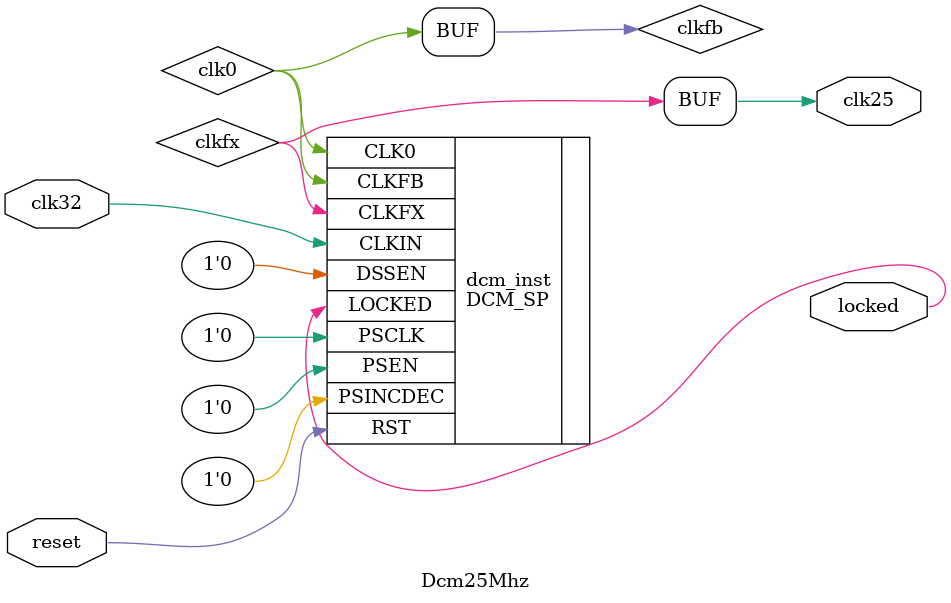
<source format=v>
module Dcm25Mhz (
    input wire clk32,      // 32 MHz input clock
    input wire reset,      // Active high reset
    output wire clk25,     // ~25.143 MHz output
    output wire locked     // High when clock is stable
);

    wire clkfb;
    wire clk0;
    wire clkfx;

    DCM_SP #(
        .CLKFX_MULTIPLY(22),
        .CLKFX_DIVIDE(28),
        .CLKIN_PERIOD(31.25), // 1/32MHz in ns
        .CLK_FEEDBACK("1X")
    ) dcm_inst (
        .CLKIN(clk32),
        .CLKFB(clkfb),
        .RST(reset),
        .CLK0(clk0),
        .CLKFX(clkfx),
        .LOCKED(locked),
        .PSEN(1'b0),
        .PSINCDEC(1'b0),
        .PSCLK(1'b0),
        .DSSEN(1'b0)
    );

    assign clkfb = clk0;
    assign clk25 = clkfx;

endmodule
</source>
